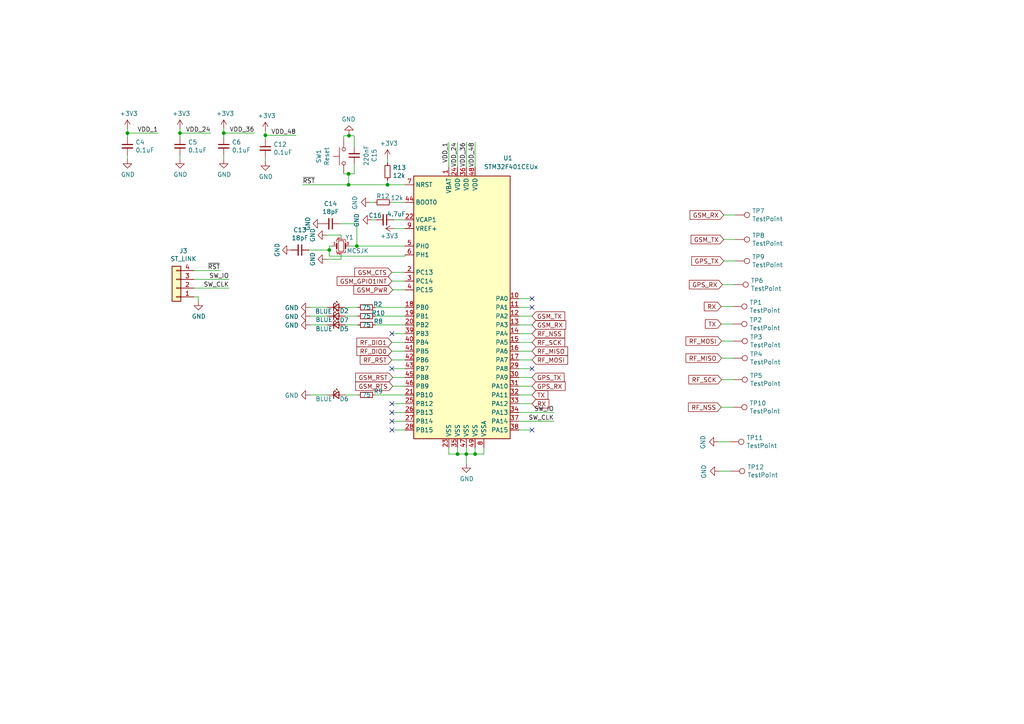
<source format=kicad_sch>
(kicad_sch (version 20211123) (generator eeschema)
  (paper "A4")
  (lib_symbols
    (symbol "Connector:TestPoint" (pin_numbers hide) (pin_names (offset 0.762) hide)
      (property "Reference" "TP" (at 0 6.858 0))
      (property "Value" "TestPoint" (at 0 5.08 0))
      (symbol "TestPoint_0_1"
        (circle (center 0 3.302) (radius 0.762))
      )
      (symbol "TestPoint_1_1"
        (pin passive line (at 0 0 90) (length 2.54) (name "1") (number "1"))
      )
    )
    (symbol "Connector_Generic:Conn_01x04" (pin_names (offset 1.016) hide)
      (property "Reference" "J" (at 0 5.08 0))
      (property "Value" "Conn_01x04" (at 0 -7.62 0))
      (symbol "Conn_01x04_1_1"
        (rectangle (start -1.27 -4.953) (end 0 -5.207) (stroke (width 0.1524)))
        (rectangle (start -1.27 -2.413) (end 0 -2.667) (stroke (width 0.1524)))
        (rectangle (start -1.27 0.127) (end 0 -0.127) (stroke (width 0.1524)))
        (rectangle (start -1.27 2.667) (end 0 2.413) (stroke (width 0.1524)))
        (rectangle (start -1.27 3.81) (end 1.27 -6.35) (stroke (width 0.254)) (fill (type background)))
        (pin passive line (at -5.08 2.54 0) (length 3.81) (name "Pin_1") (number "1"))
        (pin passive line (at -5.08 0 0) (length 3.81) (name "Pin_2") (number "2"))
        (pin passive line (at -5.08 -2.54 0) (length 3.81) (name "Pin_3") (number "3"))
        (pin passive line (at -5.08 -5.08 0) (length 3.81) (name "Pin_4") (number "4"))
      )
    )
    (symbol "Device:C_Small" (pin_numbers hide) (pin_names (offset 0.254) hide)
      (property "Reference" "C" (at 0.254 1.778 0))
      (property "Value" "C_Small" (at 0.254 -2.032 0))
      (symbol "C_Small_0_1"
        (polyline (pts (xy -1.524 -0.508) (xy 1.524 -0.508)) (stroke (width 0.3302)))
        (polyline (pts (xy -1.524 0.508) (xy 1.524 0.508)) (stroke (width 0.3048)))
      )
      (symbol "C_Small_1_1"
        (pin passive line (at 0 2.54 270) (length 2.032) (name "~") (number "1"))
        (pin passive line (at 0 -2.54 90) (length 2.032) (name "~") (number "2"))
      )
    )
    (symbol "Device:Crystal_GND24_Small" (pin_names (offset 1.016) hide)
      (property "Reference" "Y" (at 1.27 4.445 0))
      (property "Value" "Crystal_GND24_Small" (at 1.27 2.54 0))
      (symbol "Crystal_GND24_Small_0_1"
        (rectangle (start -0.762 -1.524) (end 0.762 1.524))
        (polyline (pts (xy -1.27 -0.762) (xy -1.27 0.762)) (stroke (width 0.381)))
        (polyline (pts (xy 1.27 -0.762) (xy 1.27 0.762)) (stroke (width 0.381)))
        (polyline (pts (xy -1.27 -1.27) (xy -1.27 -1.905) (xy 1.27 -1.905) (xy 1.27 -1.27)))
        (polyline (pts (xy -1.27 1.27) (xy -1.27 1.905) (xy 1.27 1.905) (xy 1.27 1.27)))
      )
      (symbol "Crystal_GND24_Small_1_1"
        (pin passive line (at -2.54 0 0) (length 1.27) (name "1") (number "1"))
        (pin passive line (at 0 -2.54 90) (length 0.635) (name "2") (number "2"))
        (pin passive line (at 2.54 0 180) (length 1.27) (name "3") (number "3"))
        (pin passive line (at 0 2.54 270) (length 0.635) (name "4") (number "4"))
      )
    )
    (symbol "Device:LED_Small" (pin_numbers hide) (pin_names (offset 0.254) hide)
      (property "Reference" "D" (at -1.27 3.175 0))
      (property "Value" "LED_Small" (at -4.445 -2.54 0))
      (symbol "LED_Small_0_1"
        (polyline (pts (xy -0.762 -1.016) (xy -0.762 1.016)) (stroke (width 0.254)))
        (polyline (pts (xy 1.016 0) (xy -0.762 0)))
        (polyline (pts (xy 0.762 -1.016) (xy -0.762 0) (xy 0.762 1.016) (xy 0.762 -1.016)) (stroke (width 0.254)))
        (polyline (pts (xy 0 0.762) (xy -0.508 1.27) (xy -0.254 1.27) (xy -0.508 1.27) (xy -0.508 1.016)))
        (polyline (pts (xy 0.508 1.27) (xy 0 1.778) (xy 0.254 1.778) (xy 0 1.778) (xy 0 1.524)))
      )
      (symbol "LED_Small_1_1"
        (pin passive line (at -2.54 0 0) (length 1.778) (name "K") (number "1"))
        (pin passive line (at 2.54 0 180) (length 1.778) (name "A") (number "2"))
      )
    )
    (symbol "Device:R_Small" (pin_numbers hide) (pin_names (offset 0.254) hide)
      (property "Reference" "R" (at 0.762 0.508 0))
      (property "Value" "R_Small" (at 0.762 -1.016 0))
      (symbol "R_Small_0_1"
        (rectangle (start -0.762 1.778) (end 0.762 -1.778) (stroke (width 0.2032)))
      )
      (symbol "R_Small_1_1"
        (pin passive line (at 0 2.54 270) (length 0.762) (name "~") (number "1"))
        (pin passive line (at 0 -2.54 90) (length 0.762) (name "~") (number "2"))
      )
    )
    (symbol "MCU_ST_STM32F4:STM32F401CEUx"
      (property "Reference" "U" (at -15.24 39.37 0))
      (property "Value" "STM32F401CEUx" (at 5.08 39.37 0))
      (symbol "STM32F401CEUx_0_1"
        (rectangle (start -15.24 -38.1) (end 12.7 38.1) (stroke (width 0.254)) (fill (type background)))
      )
      (symbol "STM32F401CEUx_1_1"
        (pin power_in line (at -5.08 40.64 270) (length 2.54) (name "VBAT") (number "1"))
        (pin bidirectional line (at 15.24 2.54 180) (length 2.54) (name "PA0") (number "10"))
        (pin bidirectional line (at 15.24 0 180) (length 2.54) (name "PA1") (number "11"))
        (pin bidirectional line (at 15.24 -2.54 180) (length 2.54) (name "PA2") (number "12"))
        (pin bidirectional line (at 15.24 -5.08 180) (length 2.54) (name "PA3") (number "13"))
        (pin bidirectional line (at 15.24 -7.62 180) (length 2.54) (name "PA4") (number "14"))
        (pin bidirectional line (at 15.24 -10.16 180) (length 2.54) (name "PA5") (number "15"))
        (pin bidirectional line (at 15.24 -12.7 180) (length 2.54) (name "PA6") (number "16"))
        (pin bidirectional line (at 15.24 -15.24 180) (length 2.54) (name "PA7") (number "17"))
        (pin bidirectional line (at -17.78 0 0) (length 2.54) (name "PB0") (number "18"))
        (pin bidirectional line (at -17.78 -2.54 0) (length 2.54) (name "PB1") (number "19"))
        (pin bidirectional line (at -17.78 10.16 0) (length 2.54) (name "PC13") (number "2"))
        (pin bidirectional line (at -17.78 -5.08 0) (length 2.54) (name "PB2") (number "20"))
        (pin bidirectional line (at -17.78 -25.4 0) (length 2.54) (name "PB10") (number "21"))
        (pin power_in line (at -17.78 25.4 0) (length 2.54) (name "VCAP1") (number "22"))
        (pin power_in line (at -5.08 -40.64 90) (length 2.54) (name "VSS") (number "23"))
        (pin power_in line (at -2.54 40.64 270) (length 2.54) (name "VDD") (number "24"))
        (pin bidirectional line (at -17.78 -27.94 0) (length 2.54) (name "PB12") (number "25"))
        (pin bidirectional line (at -17.78 -30.48 0) (length 2.54) (name "PB13") (number "26"))
        (pin bidirectional line (at -17.78 -33.02 0) (length 2.54) (name "PB14") (number "27"))
        (pin bidirectional line (at -17.78 -35.56 0) (length 2.54) (name "PB15") (number "28"))
        (pin bidirectional line (at 15.24 -17.78 180) (length 2.54) (name "PA8") (number "29"))
        (pin bidirectional line (at -17.78 7.62 0) (length 2.54) (name "PC14") (number "3"))
        (pin bidirectional line (at 15.24 -20.32 180) (length 2.54) (name "PA9") (number "30"))
        (pin bidirectional line (at 15.24 -22.86 180) (length 2.54) (name "PA10") (number "31"))
        (pin bidirectional line (at 15.24 -25.4 180) (length 2.54) (name "PA11") (number "32"))
        (pin bidirectional line (at 15.24 -27.94 180) (length 2.54) (name "PA12") (number "33"))
        (pin bidirectional line (at 15.24 -30.48 180) (length 2.54) (name "PA13") (number "34"))
        (pin power_in line (at -2.54 -40.64 90) (length 2.54) (name "VSS") (number "35"))
        (pin power_in line (at 0 40.64 270) (length 2.54) (name "VDD") (number "36"))
        (pin bidirectional line (at 15.24 -33.02 180) (length 2.54) (name "PA14") (number "37"))
        (pin bidirectional line (at 15.24 -35.56 180) (length 2.54) (name "PA15") (number "38"))
        (pin bidirectional line (at -17.78 -7.62 0) (length 2.54) (name "PB3") (number "39"))
        (pin bidirectional line (at -17.78 5.08 0) (length 2.54) (name "PC15") (number "4"))
        (pin bidirectional line (at -17.78 -10.16 0) (length 2.54) (name "PB4") (number "40"))
        (pin bidirectional line (at -17.78 -12.7 0) (length 2.54) (name "PB5") (number "41"))
        (pin bidirectional line (at -17.78 -15.24 0) (length 2.54) (name "PB6") (number "42"))
        (pin bidirectional line (at -17.78 -17.78 0) (length 2.54) (name "PB7") (number "43"))
        (pin input line (at -17.78 30.48 0) (length 2.54) (name "BOOT0") (number "44"))
        (pin bidirectional line (at -17.78 -20.32 0) (length 2.54) (name "PB8") (number "45"))
        (pin bidirectional line (at -17.78 -22.86 0) (length 2.54) (name "PB9") (number "46"))
        (pin power_in line (at 0 -40.64 90) (length 2.54) (name "VSS") (number "47"))
        (pin power_in line (at 2.54 40.64 270) (length 2.54) (name "VDD") (number "48"))
        (pin power_in line (at 2.54 -40.64 90) (length 2.54) (name "VSS") (number "49"))
        (pin input line (at -17.78 17.78 0) (length 2.54) (name "PH0") (number "5"))
        (pin input line (at -17.78 15.24 0) (length 2.54) (name "PH1") (number "6"))
        (pin input line (at -17.78 35.56 0) (length 2.54) (name "NRST") (number "7"))
        (pin power_in line (at 5.08 -40.64 90) (length 2.54) (name "VSSA") (number "8"))
        (pin power_in line (at -17.78 22.86 0) (length 2.54) (name "VREF+") (number "9"))
      )
    )
    (symbol "Switch:SW_Push" (pin_numbers hide) (pin_names (offset 1.016) hide)
      (property "Reference" "SW" (at 1.27 2.54 0))
      (property "Value" "SW_Push" (at 0 -1.524 0))
      (symbol "SW_Push_0_1"
        (circle (center -2.032 0) (radius 0.508))
        (polyline (pts (xy 0 1.27) (xy 0 3.048)))
        (polyline (pts (xy 2.54 1.27) (xy -2.54 1.27)))
        (circle (center 2.032 0) (radius 0.508))
        (pin passive line (at -5.08 0 0) (length 2.54) (name "1") (number "1"))
        (pin passive line (at 5.08 0 180) (length 2.54) (name "2") (number "2"))
      )
    )
    (symbol "power:+3.3V" (power) (pin_names (offset 0))
      (property "Value" "+3.3V" (at 0 3.556 0))
      (symbol "+3.3V_0_1"
        (polyline (pts (xy -0.762 1.27) (xy 0 2.54)))
        (polyline (pts (xy 0 0) (xy 0 2.54)))
        (polyline (pts (xy 0 2.54) (xy 0.762 1.27)))
      )
      (symbol "+3.3V_1_1"
        (pin power_in line (at 0 0 90) (length 0) hide (name "+3V3") (number "1"))
      )
    )
    (symbol "power:GND" (power) (pin_names (offset 0))
      (property "Value" "GND" (at 0 -3.81 0))
      (symbol "GND_0_1"
        (polyline (pts (xy 0 0) (xy 0 -1.27) (xy 1.27 -1.27) (xy 0 -2.54) (xy -1.27 -1.27) (xy 0 -1.27)))
      )
      (symbol "GND_1_1"
        (pin power_in line (at 0 0 270) (length 0) hide (name "GND") (number "1"))
      )
    )
  )
  (junction (at 52.197 38.608))
  (junction (at 64.897 38.608))
  (junction (at 132.715 131.699))
  (junction (at 36.957 38.608))
  (junction (at 95.504 72.517))
  (junction (at 101.092 50.419))
  (junction (at 76.962 39.243))
  (junction (at 101.219 39.37))
  (junction (at 137.795 131.699))
  (junction (at 112.395 53.594))
  (junction (at 103.505 71.374))
  (junction (at 101.092 53.594))
  (junction (at 135.255 131.699))
  (no_connect (at 113.665 122.174))
  (no_connect (at 113.665 117.094))
  (no_connect (at 113.665 119.634))
  (no_connect (at 113.665 106.934))
  (no_connect (at 154.305 89.154))
  (no_connect (at 113.665 96.774))
  (no_connect (at 113.665 124.714))
  (no_connect (at 154.305 124.714))
  (no_connect (at 154.305 86.614))
  (no_connect (at 154.305 106.934))
  (wire (pts (xy 95.504 72.517) (xy 95.504 74.295)))
  (wire (pts (xy 212.725 110.109) (xy 209.296 110.109)))
  (wire (pts (xy 135.255 131.699) (xy 135.255 134.493)))
  (wire (pts (xy 130.175 131.699) (xy 132.715 131.699)))
  (wire (pts (xy 45.847 38.608) (xy 36.957 38.608)))
  (wire (pts (xy 94.742 75.184) (xy 98.933 75.184)))
  (wire (pts (xy 137.795 131.699) (xy 135.255 131.699)))
  (wire (pts (xy 150.495 114.554) (xy 154.305 114.554)))
  (wire (pts (xy 154.305 112.014) (xy 150.495 112.014)))
  (wire (pts (xy 94.996 94.234) (xy 89.916 94.234)))
  (wire (pts (xy 101.092 53.594) (xy 112.395 53.594)))
  (wire (pts (xy 212.598 93.98) (xy 209.169 93.98)))
  (wire (pts (xy 150.495 86.614) (xy 154.305 86.614)))
  (wire (pts (xy 117.475 94.234) (xy 108.839 94.234)))
  (wire (pts (xy 117.475 63.754) (xy 114.173 63.754)))
  (wire (pts (xy 95.504 71.374) (xy 95.504 72.517)))
  (wire (pts (xy 212.598 118.11) (xy 209.169 118.11)))
  (wire (pts (xy 117.475 96.774) (xy 113.665 96.774)))
  (wire (pts (xy 101.219 39.37) (xy 101.219 38.989)))
  (wire (pts (xy 130.175 129.794) (xy 130.175 131.699)))
  (wire (pts (xy 103.759 114.554) (xy 100.076 114.554)))
  (wire (pts (xy 112.395 53.594) (xy 117.475 53.594)))
  (wire (pts (xy 117.475 124.714) (xy 113.665 124.714)))
  (wire (pts (xy 130.175 41.275) (xy 130.175 48.514)))
  (wire (pts (xy 140.335 129.794) (xy 140.335 131.699)))
  (wire (pts (xy 135.255 41.275) (xy 135.255 48.514)))
  (wire (pts (xy 211.709 128.143) (xy 208.28 128.143)))
  (wire (pts (xy 213.36 69.469) (xy 209.931 69.469)))
  (wire (pts (xy 89.535 72.517) (xy 95.504 72.517)))
  (wire (pts (xy 73.787 38.608) (xy 64.897 38.608)))
  (wire (pts (xy 112.395 52.324) (xy 112.395 53.594)))
  (wire (pts (xy 103.505 71.374) (xy 117.475 71.374)))
  (wire (pts (xy 117.475 114.554) (xy 108.839 114.554)))
  (wire (pts (xy 36.957 38.608) (xy 36.957 39.878)))
  (wire (pts (xy 87.757 53.594) (xy 101.092 53.594)))
  (wire (pts (xy 101.092 50.419) (xy 102.743 50.419)))
  (wire (pts (xy 113.665 104.394) (xy 117.475 104.394)))
  (wire (pts (xy 103.759 94.234) (xy 100.076 94.234)))
  (wire (pts (xy 150.495 117.094) (xy 154.305 117.094)))
  (wire (pts (xy 150.495 109.474) (xy 154.305 109.474)))
  (wire (pts (xy 52.197 46.228) (xy 52.197 44.958)))
  (wire (pts (xy 117.475 89.154) (xy 108.839 89.154)))
  (wire (pts (xy 150.495 94.234) (xy 154.305 94.234)))
  (wire (pts (xy 64.897 46.228) (xy 64.897 44.958)))
  (wire (pts (xy 137.795 41.275) (xy 137.795 48.514)))
  (wire (pts (xy 117.475 84.074) (xy 113.919 84.074)))
  (wire (pts (xy 150.495 99.314) (xy 154.305 99.314)))
  (wire (pts (xy 137.795 129.794) (xy 137.795 131.699)))
  (wire (pts (xy 132.715 131.699) (xy 132.715 129.794)))
  (wire (pts (xy 99.695 50.419) (xy 101.092 50.419)))
  (wire (pts (xy 114.427 66.294) (xy 117.475 66.294)))
  (wire (pts (xy 94.996 89.154) (xy 89.916 89.154)))
  (wire (pts (xy 117.475 119.634) (xy 113.665 119.634)))
  (wire (pts (xy 117.475 109.474) (xy 113.919 109.474)))
  (wire (pts (xy 160.655 119.634) (xy 150.495 119.634)))
  (wire (pts (xy 108.585 58.674) (xy 107.315 58.674)))
  (wire (pts (xy 117.475 81.534) (xy 113.665 81.534)))
  (wire (pts (xy 103.505 64.897) (xy 98.425 64.897)))
  (wire (pts (xy 113.665 99.314) (xy 117.475 99.314)))
  (wire (pts (xy 64.897 37.338) (xy 64.897 38.608)))
  (wire (pts (xy 150.495 106.934) (xy 154.305 106.934)))
  (wire (pts (xy 96.393 71.374) (xy 95.504 71.374)))
  (wire (pts (xy 117.475 112.014) (xy 113.919 112.014)))
  (wire (pts (xy 113.665 58.674) (xy 117.475 58.674)))
  (wire (pts (xy 160.655 122.174) (xy 150.495 122.174)))
  (wire (pts (xy 150.495 89.154) (xy 154.305 89.154)))
  (wire (pts (xy 117.475 91.694) (xy 108.839 91.694)))
  (wire (pts (xy 99.695 39.37) (xy 99.695 40.259)))
  (wire (pts (xy 66.421 81.026) (xy 56.261 81.026)))
  (wire (pts (xy 212.979 82.55) (xy 209.55 82.55)))
  (wire (pts (xy 57.531 87.376) (xy 57.531 86.106)))
  (wire (pts (xy 52.197 37.338) (xy 52.197 38.608)))
  (wire (pts (xy 150.495 124.714) (xy 154.305 124.714)))
  (wire (pts (xy 113.665 101.854) (xy 117.475 101.854)))
  (wire (pts (xy 63.881 78.486) (xy 56.261 78.486)))
  (wire (pts (xy 61.087 38.608) (xy 52.197 38.608)))
  (wire (pts (xy 103.505 71.374) (xy 103.505 64.897)))
  (wire (pts (xy 101.473 71.374) (xy 103.505 71.374)))
  (wire (pts (xy 103.759 89.154) (xy 100.076 89.154)))
  (wire (pts (xy 140.335 131.699) (xy 137.795 131.699)))
  (wire (pts (xy 64.897 38.608) (xy 64.897 39.878)))
  (wire (pts (xy 117.475 117.094) (xy 113.665 117.094)))
  (wire (pts (xy 94.996 114.554) (xy 89.916 114.554)))
  (wire (pts (xy 117.475 74.295) (xy 95.504 74.295)))
  (wire (pts (xy 213.36 75.692) (xy 209.931 75.692)))
  (wire (pts (xy 101.092 50.419) (xy 101.092 53.594)))
  (wire (pts (xy 36.957 37.338) (xy 36.957 38.608)))
  (wire (pts (xy 85.852 39.243) (xy 76.962 39.243)))
  (wire (pts (xy 102.743 39.37) (xy 101.219 39.37)))
  (wire (pts (xy 117.475 78.994) (xy 113.665 78.994)))
  (wire (pts (xy 66.421 83.566) (xy 56.261 83.566)))
  (wire (pts (xy 212.725 103.886) (xy 209.296 103.886)))
  (wire (pts (xy 98.933 73.914) (xy 98.933 75.184)))
  (wire (pts (xy 150.495 104.394) (xy 154.305 104.394)))
  (wire (pts (xy 76.962 46.863) (xy 76.962 45.593)))
  (wire (pts (xy 117.475 106.934) (xy 113.665 106.934)))
  (wire (pts (xy 135.255 129.794) (xy 135.255 131.699)))
  (wire (pts (xy 102.743 42.545) (xy 102.743 39.37)))
  (wire (pts (xy 76.962 37.973) (xy 76.962 39.243)))
  (wire (pts (xy 211.963 136.652) (xy 208.534 136.652)))
  (wire (pts (xy 109.093 63.754) (xy 107.823 63.754)))
  (wire (pts (xy 101.219 39.37) (xy 99.695 39.37)))
  (wire (pts (xy 112.395 45.974) (xy 112.395 47.244)))
  (wire (pts (xy 103.759 91.694) (xy 100.076 91.694)))
  (wire (pts (xy 212.598 88.9) (xy 209.169 88.9)))
  (wire (pts (xy 117.475 73.914) (xy 117.475 74.295)))
  (wire (pts (xy 135.255 131.699) (xy 132.715 131.699)))
  (wire (pts (xy 57.531 86.106) (xy 56.261 86.106)))
  (wire (pts (xy 154.305 96.774) (xy 150.495 96.774)))
  (wire (pts (xy 213.36 62.357) (xy 209.931 62.357)))
  (wire (pts (xy 94.996 91.694) (xy 89.916 91.694)))
  (wire (pts (xy 117.475 122.174) (xy 113.665 122.174)))
  (wire (pts (xy 212.725 98.933) (xy 209.296 98.933)))
  (wire (pts (xy 94.742 68.199) (xy 98.933 68.199)))
  (wire (pts (xy 132.715 41.275) (xy 132.715 48.514)))
  (wire (pts (xy 76.962 39.243) (xy 76.962 40.513)))
  (wire (pts (xy 98.933 68.834) (xy 98.933 68.199)))
  (wire (pts (xy 154.305 101.854) (xy 150.495 101.854)))
  (wire (pts (xy 52.197 38.608) (xy 52.197 39.878)))
  (wire (pts (xy 150.495 91.694) (xy 154.305 91.694)))
  (wire (pts (xy 36.957 46.228) (xy 36.957 44.958)))
  (wire (pts (xy 102.743 50.419) (xy 102.743 47.625)))
  (label "SW_IO" (at 160.655 119.634 180))
  (label "VDD_1" (at 130.175 41.275 270))
  (label "VDD_24" (at 132.715 41.275 270))
  (label "~{RST}" (at 63.881 78.486 180))
  (label "SW_IO" (at 66.421 81.026 180))
  (label "VDD_1" (at 45.847 38.608 180))
  (label "VDD_48" (at 137.795 41.275 270))
  (label "~{RST}" (at 87.757 53.594 0))
  (label "SW_CLK" (at 160.655 122.174 180))
  (label "VDD_48" (at 85.852 39.243 180))
  (label "VDD_24" (at 61.087 38.608 180))
  (label "VDD_36" (at 73.787 38.608 180))
  (label "SW_CLK" (at 66.421 83.566 180))
  (label "VDD_36" (at 135.255 41.275 270))
  (global_label "RF_RST" (shape input) (at 113.665 104.394 180) (property "Intersheet References" "${INTERSHEET_REFS}" (effects hide)))
  (global_label "RF_MOSI" (shape input) (at 209.296 98.933 180) (property "Intersheet References" "${INTERSHEET_REFS}" (effects hide)))
  (global_label "RF_MOSI" (shape input) (at 154.305 104.394 0) (property "Intersheet References" "${INTERSHEET_REFS}" (effects hide)))
  (global_label "GSM_RX" (shape input) (at 154.305 94.234 0) (property "Intersheet References" "${INTERSHEET_REFS}" (effects hide)))
  (global_label "RF_SCK" (shape input) (at 209.296 110.109 180) (property "Intersheet References" "${INTERSHEET_REFS}" (effects hide)))
  (global_label "GSM_GPIO1INT" (shape input) (at 113.665 81.534 180) (property "Intersheet References" "${INTERSHEET_REFS}" (effects hide)))
  (global_label "RF_NSS" (shape input) (at 154.305 96.774 0) (property "Intersheet References" "${INTERSHEET_REFS}" (effects hide)))
  (global_label "RF_MISO" (shape input) (at 209.296 103.886 180) (property "Intersheet References" "${INTERSHEET_REFS}" (effects hide)))
  (global_label "TX" (shape input) (at 154.305 114.554 0) (property "Intersheet References" "${INTERSHEET_REFS}" (effects hide)))
  (global_label "RF_DIO1" (shape input) (at 113.665 99.314 180) (property "Intersheet References" "${INTERSHEET_REFS}" (effects hide)))
  (global_label "GSM_PWR" (shape input) (at 113.919 84.074 180) (property "Intersheet References" "${INTERSHEET_REFS}" (effects hide)))
  (global_label "RF_MISO" (shape input) (at 154.305 101.854 0) (property "Intersheet References" "${INTERSHEET_REFS}" (effects hide)))
  (global_label "RF_SCK" (shape input) (at 154.305 99.314 0) (property "Intersheet References" "${INTERSHEET_REFS}" (effects hide)))
  (global_label "RF_NSS" (shape input) (at 209.169 118.11 180) (property "Intersheet References" "${INTERSHEET_REFS}" (effects hide)))
  (global_label "GSM_TX" (shape input) (at 209.931 69.469 180) (property "Intersheet References" "${INTERSHEET_REFS}" (effects hide)))
  (global_label "RX" (shape input) (at 209.169 88.9 180) (property "Intersheet References" "${INTERSHEET_REFS}" (effects hide)))
  (global_label "GSM_RST" (shape input) (at 113.919 109.474 180) (property "Intersheet References" "${INTERSHEET_REFS}" (effects hide)))
  (global_label "RX" (shape input) (at 154.305 117.094 0) (property "Intersheet References" "${INTERSHEET_REFS}" (effects hide)))
  (global_label "GPS_TX" (shape input) (at 209.931 75.692 180) (property "Intersheet References" "${INTERSHEET_REFS}" (effects hide)))
  (global_label "TX" (shape input) (at 209.169 93.98 180) (property "Intersheet References" "${INTERSHEET_REFS}" (effects hide)))
  (global_label "GSM_RTS" (shape input) (at 113.919 112.014 180) (property "Intersheet References" "${INTERSHEET_REFS}" (effects hide)))
  (global_label "GPS_TX" (shape input) (at 154.305 109.474 0) (property "Intersheet References" "${INTERSHEET_REFS}" (effects hide)))
  (global_label "GSM_RX" (shape input) (at 209.931 62.357 180) (property "Intersheet References" "${INTERSHEET_REFS}" (effects hide)))
  (global_label "GSM_TX" (shape input) (at 154.305 91.694 0) (property "Intersheet References" "${INTERSHEET_REFS}" (effects hide)))
  (global_label "GPS_RX" (shape input) (at 154.305 112.014 0) (property "Intersheet References" "${INTERSHEET_REFS}" (effects hide)))
  (global_label "RF_DIO0" (shape input) (at 113.665 101.854 180) (property "Intersheet References" "${INTERSHEET_REFS}" (effects hide)))
  (global_label "GSM_CTS" (shape input) (at 113.665 78.994 180) (property "Intersheet References" "${INTERSHEET_REFS}" (effects hide)))
  (global_label "GPS_RX" (shape input) (at 209.55 82.55 180) (property "Intersheet References" "${INTERSHEET_REFS}" (effects hide)))
  (symbol (lib_id "Connector_Generic:Conn_01x04") (at 51.181 83.566 180) (unit 1)
    (property "Reference" "J3" (at 53.213 72.771 0))
    (property "Value" "ST_LINK" (at 53.213 75.0824 0))
    (property "Footprint" "Connector_PinSocket_2.54mm:PinSocket_1x04_P2.54mm_Vertical" (effects hide))
  )
  (symbol (lib_id "power:GND") (at 57.531 87.376 0) (unit 1)
    (property "Reference" "#PWR0113" (effects hide))
    (property "Value" "GND" (at 57.658 91.7702 0))
  )
  (symbol (lib_id "Device:C_Small") (at 36.957 42.418 0) (unit 1)
    (property "Reference" "C4" (at 39.2938 41.2496 0) (effects (justify left)))
    (property "Value" "0.1uF" (at 39.2938 43.561 0) (effects (justify left)))
    (property "Footprint" "Capacitor_SMD:C_0603_1608Metric" (effects hide))
  )
  (symbol (lib_id "power:GND") (at 36.957 46.228 0) (unit 1)
    (property "Reference" "#PWR0114" (effects hide))
    (property "Value" "GND" (at 37.084 50.6222 0))
  )
  (symbol (lib_id "power:+3.3V") (at 36.957 37.338 0) (unit 1)
    (property "Reference" "#PWR0115" (effects hide))
    (property "Value" "+3.3V" (at 37.338 32.9438 0))
  )
  (symbol (lib_id "Device:C_Small") (at 52.197 42.418 0) (unit 1)
    (property "Reference" "C5" (at 54.5338 41.2496 0) (effects (justify left)))
    (property "Value" "0.1uF" (at 54.5338 43.561 0) (effects (justify left)))
    (property "Footprint" "Capacitor_SMD:C_0603_1608Metric" (effects hide))
  )
  (symbol (lib_id "power:GND") (at 52.197 46.228 0) (unit 1)
    (property "Reference" "#PWR0116" (effects hide))
    (property "Value" "GND" (at 52.324 50.6222 0))
  )
  (symbol (lib_id "power:+3.3V") (at 52.197 37.338 0) (unit 1)
    (property "Reference" "#PWR0117" (effects hide))
    (property "Value" "+3.3V" (at 52.578 32.9438 0))
  )
  (symbol (lib_id "Device:C_Small") (at 64.897 42.418 0) (unit 1)
    (property "Reference" "C6" (at 67.2338 41.2496 0) (effects (justify left)))
    (property "Value" "0.1uF" (at 67.2338 43.561 0) (effects (justify left)))
    (property "Footprint" "Capacitor_SMD:C_0603_1608Metric" (effects hide))
  )
  (symbol (lib_id "power:GND") (at 64.897 46.228 0) (unit 1)
    (property "Reference" "#PWR0118" (effects hide))
    (property "Value" "GND" (at 65.024 50.6222 0))
  )
  (symbol (lib_id "power:+3.3V") (at 64.897 37.338 0) (unit 1)
    (property "Reference" "#PWR0119" (effects hide))
    (property "Value" "+3.3V" (at 65.278 32.9438 0))
  )
  (symbol (lib_id "MCU_ST_STM32F4:STM32F401CEUx") (at 135.255 89.154 0) (unit 1)
    (property "Reference" "U1" (at 147.32 45.847 0))
    (property "Value" "STM32F401CEUx" (at 148.209 48.387 0))
    (property "Footprint" "Package_DFN_QFN:QFN-48-1EP_7x7mm_P0.5mm_EP5.6x5.6mm" (effects hide))
    (property "Datasheet" "http://www.st.com/st-web-ui/static/active/en/resource/technical/document/datasheet/DM00102166.pdf" (effects hide))
  )
  (symbol (lib_id "power:GND") (at 94.742 75.184 270) (unit 1)
    (property "Reference" "#PWR0109" (effects hide))
    (property "Value" "GND" (at 90.678 75.184 0))
  )
  (symbol (lib_id "Device:R_Small") (at 112.395 49.784 0) (unit 1)
    (property "Reference" "R13" (at 113.8936 48.6156 0) (effects (justify left)))
    (property "Value" "12k" (at 113.8936 50.927 0) (effects (justify left)))
    (property "Footprint" "Resistor_SMD:R_0603_1608Metric_Pad0.98x0.95mm_HandSolder" (effects hide))
  )
  (symbol (lib_id "power:+3.3V") (at 112.395 45.974 0) (unit 1)
    (property "Reference" "#PWR0110" (effects hide))
    (property "Value" "+3.3V" (at 112.776 41.5798 0))
    (property "Footprint" "Connector_PinSocket_2.54mm:PinSocket_1x01_P2.54mm_Vertical" (effects hide))
  )
  (symbol (lib_id "Device:R_Small") (at 111.125 58.674 270) (unit 1)
    (property "Reference" "R12" (at 113.03 56.896 90) (effects (justify right)))
    (property "Value" "12k" (at 116.967 57.404 90) (effects (justify right)))
    (property "Footprint" "Resistor_SMD:R_0603_1608Metric" (effects hide))
  )
  (symbol (lib_id "power:GND") (at 107.315 58.674 270) (unit 1)
    (property "Reference" "#PWR0111" (effects hide))
    (property "Value" "GND" (at 102.9208 58.801 0))
    (property "Footprint" "Connector_PinSocket_2.54mm:PinSocket_1x01_P2.54mm_Vertical" (effects hide))
  )
  (symbol (lib_id "power:GND") (at 135.255 134.493 0) (unit 1)
    (property "Reference" "#PWR0112" (effects hide))
    (property "Value" "GND" (at 135.382 138.8872 0))
    (property "Footprint" "Connector_PinSocket_2.54mm:PinSocket_1x01_P2.54mm_Vertical" (effects hide))
  )
  (symbol (lib_id "Switch:SW_Push") (at 99.695 45.339 90) (unit 1)
    (property "Reference" "SW1" (at 92.456 45.339 0))
    (property "Value" "Reset" (at 94.7674 45.339 0))
    (property "Footprint" "button:little_button" (effects hide))
  )
  (symbol (lib_id "Device:C_Small") (at 102.743 45.085 180) (unit 1)
    (property "Reference" "C15" (at 108.5596 45.085 90))
    (property "Value" "220nF" (at 106.2482 45.085 90))
    (property "Footprint" "Capacitor_SMD:C_0603_1608Metric" (effects hide))
  )
  (symbol (lib_id "power:GND") (at 101.219 38.989 180) (unit 1)
    (property "Reference" "#PWR0127" (effects hide))
    (property "Value" "GND" (at 101.092 34.5948 0))
    (property "Footprint" "Connector_PinSocket_2.54mm:PinSocket_1x01_P2.54mm_Vertical" (effects hide))
  )
  (symbol (lib_id "Device:C_Small") (at 111.633 63.754 270) (unit 1)
    (property "Reference" "C16" (at 108.839 62.484 90))
    (property "Value" "4.7uF" (at 114.935 62.103 90))
    (property "Footprint" "Capacitor_SMD:C_0603_1608Metric" (effects hide))
  )
  (symbol (lib_id "power:GND") (at 107.823 63.754 270) (unit 1)
    (property "Reference" "#PWR0128" (effects hide))
    (property "Value" "GND" (at 103.4288 63.881 0))
    (property "Footprint" "Connector_PinSocket_2.54mm:PinSocket_1x01_P2.54mm_Vertical" (effects hide))
  )
  (symbol (lib_id "power:+3.3V") (at 114.427 66.294 90) (unit 1)
    (property "Reference" "#PWR0129" (effects hide))
    (property "Value" "+3.3V" (at 112.903 68.453 90))
    (property "Footprint" "Connector_PinSocket_2.54mm:PinSocket_1x01_P2.54mm_Vertical" (effects hide))
  )
  (symbol (lib_id "Device:LED_Small") (at 97.536 91.694 0) (unit 1)
    (property "Reference" "D7" (at 99.822 92.837 0))
    (property "Value" "BLUE" (at 93.98 92.71 0))
    (property "Footprint" "LED_SMD:LED_0805_2012Metric_Pad1.15x1.40mm_HandSolder" (effects hide))
  )
  (symbol (lib_id "Device:R_Small") (at 106.299 91.694 270) (unit 1)
    (property "Reference" "R10" (at 109.728 90.805 90))
    (property "Value" "75" (at 106.299 91.694 90))
    (property "Footprint" "Resistor_SMD:R_0805_2012Metric_Pad1.20x1.40mm_HandSolder" (effects hide))
  )
  (symbol (lib_id "Device:LED_Small") (at 97.536 114.554 0) (unit 1)
    (property "Reference" "D6" (at 99.822 115.697 0))
    (property "Value" "BLUE" (at 93.98 115.697 0))
    (property "Footprint" "LED_SMD:LED_0805_2012Metric_Pad1.15x1.40mm_HandSolder" (effects hide))
  )
  (symbol (lib_id "Device:R_Small") (at 106.299 114.554 270) (unit 1)
    (property "Reference" "R9" (at 109.728 113.538 90))
    (property "Value" "75" (at 106.299 114.554 90))
    (property "Footprint" "Resistor_SMD:R_0805_2012Metric_Pad1.20x1.40mm_HandSolder" (effects hide))
  )
  (symbol (lib_id "Device:LED_Small") (at 97.536 94.234 0) (unit 1)
    (property "Reference" "D5" (at 99.822 95.377 0))
    (property "Value" "BLUE" (at 93.98 95.377 0))
    (property "Footprint" "LED_SMD:LED_0805_2012Metric_Pad1.15x1.40mm_HandSolder" (effects hide))
  )
  (symbol (lib_id "Device:R_Small") (at 106.299 94.234 270) (unit 1)
    (property "Reference" "R8" (at 109.728 93.218 90))
    (property "Value" "75" (at 106.299 94.234 90))
    (property "Footprint" "Resistor_SMD:R_0805_2012Metric_Pad1.20x1.40mm_HandSolder" (effects hide))
  )
  (symbol (lib_id "Device:LED_Small") (at 97.536 89.154 0) (unit 1)
    (property "Reference" "D2" (at 99.822 90.17 0))
    (property "Value" "BLUE" (at 93.853 90.297 0))
    (property "Footprint" "LED_SMD:LED_0805_2012Metric_Pad1.15x1.40mm_HandSolder" (effects hide))
  )
  (symbol (lib_id "Device:R_Small") (at 106.299 89.154 270) (unit 1)
    (property "Reference" "R2" (at 109.601 88.265 90))
    (property "Value" "75" (at 106.299 89.154 90))
    (property "Footprint" "Resistor_SMD:R_0805_2012Metric_Pad1.20x1.40mm_HandSolder" (effects hide))
  )
  (symbol (lib_id "power:GND") (at 89.916 91.694 270) (unit 1)
    (property "Reference" "#PWR0135" (effects hide))
    (property "Value" "GND" (at 86.6648 91.821 90) (effects (justify right)))
  )
  (symbol (lib_id "power:GND") (at 89.916 114.554 270) (unit 1)
    (property "Reference" "#PWR0136" (effects hide))
    (property "Value" "GND" (at 86.6648 114.681 90) (effects (justify right)))
  )
  (symbol (lib_id "power:GND") (at 89.916 94.234 270) (unit 1)
    (property "Reference" "#PWR0137" (effects hide))
    (property "Value" "GND" (at 86.6648 94.361 90) (effects (justify right)))
  )
  (symbol (lib_id "power:GND") (at 89.916 89.154 270) (unit 1)
    (property "Reference" "#PWR0140" (effects hide))
    (property "Value" "GND" (at 86.6648 89.281 90) (effects (justify right)))
  )
  (symbol (lib_id "Device:C_Small") (at 76.962 43.053 0) (unit 1)
    (property "Reference" "C12" (at 79.2988 41.8846 0) (effects (justify left)))
    (property "Value" "0.1uF" (at 79.2988 44.196 0) (effects (justify left)))
    (property "Footprint" "Capacitor_SMD:C_0603_1608Metric" (effects hide))
  )
  (symbol (lib_id "power:GND") (at 76.962 46.863 0) (unit 1)
    (property "Reference" "#PWR0141" (effects hide))
    (property "Value" "GND" (at 77.089 51.2572 0))
  )
  (symbol (lib_id "power:+3.3V") (at 76.962 37.973 0) (unit 1)
    (property "Reference" "#PWR0142" (effects hide))
    (property "Value" "+3.3V" (at 77.343 33.5788 0))
  )
  (symbol (lib_id "Connector:TestPoint") (at 213.36 62.357 270) (unit 1)
    (property "Reference" "TP7" (at 218.1352 61.1886 90) (effects (justify left)))
    (property "Value" "TestPoint" (at 218.1352 63.5 90) (effects (justify left)))
    (property "Footprint" "Connector_PinHeader_1.00mm:PinHeader_1x01_P1.00mm_Vertical" (effects hide))
  )
  (symbol (lib_id "Connector:TestPoint") (at 213.36 69.469 270) (unit 1)
    (property "Reference" "TP8" (at 218.1352 68.3006 90) (effects (justify left)))
    (property "Value" "TestPoint" (at 218.1352 70.612 90) (effects (justify left)))
    (property "Footprint" "Connector_PinHeader_1.00mm:PinHeader_1x01_P1.00mm_Vertical" (effects hide))
  )
  (symbol (lib_id "Connector:TestPoint") (at 213.36 75.692 270) (unit 1)
    (property "Reference" "TP9" (at 218.1352 74.5236 90) (effects (justify left)))
    (property "Value" "TestPoint" (at 218.1352 76.835 90) (effects (justify left)))
    (property "Footprint" "Connector_PinHeader_1.00mm:PinHeader_1x01_P1.00mm_Vertical" (effects hide))
  )
  (symbol (lib_id "Connector:TestPoint") (at 212.979 82.55 270) (unit 1)
    (property "Reference" "TP6" (at 217.7542 81.3816 90) (effects (justify left)))
    (property "Value" "TestPoint" (at 217.7542 83.693 90) (effects (justify left)))
    (property "Footprint" "Connector_PinHeader_1.00mm:PinHeader_1x01_P1.00mm_Vertical" (effects hide))
  )
  (symbol (lib_id "Connector:TestPoint") (at 212.598 88.9 270) (unit 1)
    (property "Reference" "TP1" (at 217.3732 87.7316 90) (effects (justify left)))
    (property "Value" "TestPoint" (at 217.3732 90.043 90) (effects (justify left)))
    (property "Footprint" "Connector_PinHeader_1.00mm:PinHeader_1x01_P1.00mm_Vertical" (effects hide))
  )
  (symbol (lib_id "Connector:TestPoint") (at 212.598 93.98 270) (unit 1)
    (property "Reference" "TP2" (at 217.3732 92.8116 90) (effects (justify left)))
    (property "Value" "TestPoint" (at 217.3732 95.123 90) (effects (justify left)))
    (property "Footprint" "Connector_PinHeader_1.00mm:PinHeader_1x01_P1.00mm_Vertical" (effects hide))
  )
  (symbol (lib_id "Connector:TestPoint") (at 212.725 98.933 270) (unit 1)
    (property "Reference" "TP3" (at 217.5002 97.7646 90) (effects (justify left)))
    (property "Value" "TestPoint" (at 217.5002 100.076 90) (effects (justify left)))
    (property "Footprint" "Connector_PinHeader_1.00mm:PinHeader_1x01_P1.00mm_Vertical" (effects hide))
  )
  (symbol (lib_id "Connector:TestPoint") (at 212.725 103.886 270) (unit 1)
    (property "Reference" "TP4" (at 217.5002 102.7176 90) (effects (justify left)))
    (property "Value" "TestPoint" (at 217.5002 105.029 90) (effects (justify left)))
    (property "Footprint" "Connector_PinHeader_1.00mm:PinHeader_1x01_P1.00mm_Vertical" (effects hide))
  )
  (symbol (lib_id "Connector:TestPoint") (at 212.725 110.109 270) (unit 1)
    (property "Reference" "TP5" (at 217.5002 108.9406 90) (effects (justify left)))
    (property "Value" "TestPoint" (at 217.5002 111.252 90) (effects (justify left)))
    (property "Footprint" "Connector_PinHeader_1.00mm:PinHeader_1x01_P1.00mm_Vertical" (effects hide))
  )
  (symbol (lib_id "Device:Crystal_GND24_Small") (at 98.933 71.374 0) (unit 1)
    (property "Reference" "Y1" (at 102.616 68.834 0) (effects (justify right)))
    (property "Value" "MCSJK" (at 106.934 72.771 0) (effects (justify right)))
    (property "Footprint" "Crystal:Crystal_SMD_5032-4Pin_5.0x3.2mm" (effects hide))
  )
  (symbol (lib_id "Device:C_Small") (at 95.885 64.897 270) (unit 1)
    (property "Reference" "C14" (at 95.885 59.0804 90))
    (property "Value" "18pF" (at 95.885 61.3918 90))
    (property "Footprint" "Capacitor_SMD:C_0603_1608Metric" (effects hide))
  )
  (symbol (lib_id "Device:C_Small") (at 86.995 72.517 270) (unit 1)
    (property "Reference" "C13" (at 86.995 66.7004 90))
    (property "Value" "18pF" (at 86.995 69.0118 90))
    (property "Footprint" "Capacitor_SMD:C_0603_1608Metric" (effects hide))
  )
  (symbol (lib_id "power:GND") (at 93.345 64.897 270) (unit 1)
    (property "Reference" "#PWR0130" (effects hide))
    (property "Value" "GND" (at 89.281 64.897 0))
  )
  (symbol (lib_id "Connector:TestPoint") (at 212.598 118.11 270) (unit 1)
    (property "Reference" "TP10" (at 217.3732 116.9416 90) (effects (justify left)))
    (property "Value" "TestPoint" (at 217.3732 119.253 90) (effects (justify left)))
    (property "Footprint" "Connector_PinHeader_1.00mm:PinHeader_1x01_P1.00mm_Vertical" (effects hide))
  )
  (symbol (lib_id "power:GND") (at 94.742 68.199 270) (unit 1)
    (property "Reference" "#PWR0138" (effects hide))
    (property "Value" "GND" (at 90.678 68.199 0))
  )
  (symbol (lib_id "Connector:TestPoint") (at 211.709 128.143 270) (unit 1)
    (property "Reference" "TP11" (at 216.4842 126.9746 90) (effects (justify left)))
    (property "Value" "TestPoint" (at 216.4842 129.286 90) (effects (justify left)))
    (property "Footprint" "Connector_PinHeader_1.00mm:PinHeader_1x01_P1.00mm_Vertical" (effects hide))
  )
  (symbol (lib_id "power:GND") (at 208.28 128.143 270) (unit 1)
    (property "Reference" "#PWR0143" (effects hide))
    (property "Value" "GND" (at 203.8858 128.27 0))
    (property "Footprint" "Connector_PinSocket_2.54mm:PinSocket_1x01_P2.54mm_Vertical" (effects hide))
  )
  (symbol (lib_id "power:GND") (at 84.455 72.517 270) (unit 1)
    (property "Reference" "#PWR0139" (effects hide))
    (property "Value" "GND" (at 80.391 72.517 0))
  )
  (symbol (lib_id "Connector:TestPoint") (at 211.963 136.652 270) (unit 1)
    (property "Reference" "TP12" (at 216.7382 135.4836 90) (effects (justify left)))
    (property "Value" "TestPoint" (at 216.7382 137.795 90) (effects (justify left)))
    (property "Footprint" "Connector_PinHeader_1.00mm:PinHeader_1x01_P1.00mm_Vertical" (effects hide))
  )
  (symbol (lib_id "power:GND") (at 208.534 136.652 270) (unit 1)
    (property "Reference" "#PWR0144" (effects hide))
    (property "Value" "GND" (at 204.1398 136.779 0))
    (property "Footprint" "Connector_PinSocket_2.54mm:PinSocket_1x01_P2.54mm_Vertical" (effects hide))
  )
)
</source>
